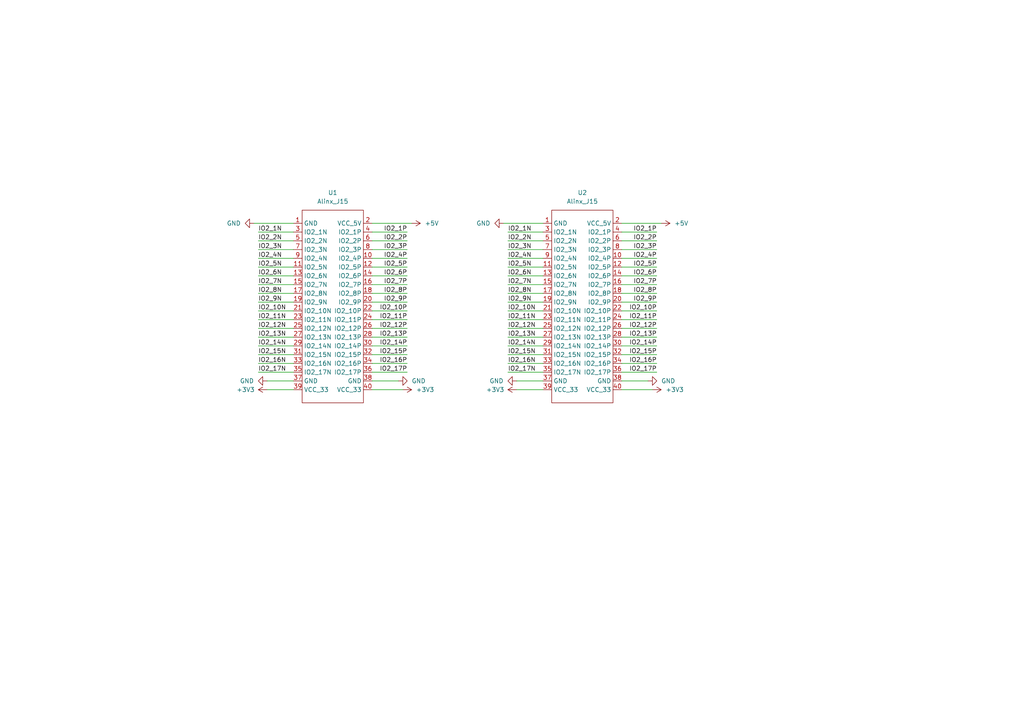
<source format=kicad_sch>
(kicad_sch (version 20211123) (generator eeschema)
  (paper "A4")
  (lib_symbols
    (symbol "Alinx:Alinx_J15"
      (property "Reference" "U" (at 1.27 -33.02 0))
      (property "Value" "Alinx_J15" (at -1.27 -35.56 0))
      (symbol "Alinx_J15_0_1"
        (rectangle (start -8.89 25.4) (end 8.89 -30.48))
      )
      (symbol "Alinx_J15_1_1"
        (pin power_in line (at -11.43 21.59 0) (length 2.54) (name "GND") (number "1"))
        (pin bidirectional line (at 11.43 11.43 180) (length 2.54) (name "IO2_4P") (number "10"))
        (pin bidirectional line (at -11.43 8.89 0) (length 2.54) (name "IO2_5N") (number "11"))
        (pin bidirectional line (at 11.43 8.89 180) (length 2.54) (name "IO2_5P") (number "12"))
        (pin bidirectional line (at -11.43 6.35 0) (length 2.54) (name "IO2_6N") (number "13"))
        (pin bidirectional line (at 11.43 6.35 180) (length 2.54) (name "IO2_6P") (number "14"))
        (pin bidirectional line (at -11.43 3.81 0) (length 2.54) (name "IO2_7N") (number "15"))
        (pin bidirectional line (at 11.43 3.81 180) (length 2.54) (name "IO2_7P") (number "16"))
        (pin bidirectional line (at -11.43 1.27 0) (length 2.54) (name "IO2_8N") (number "17"))
        (pin bidirectional line (at 11.43 1.27 180) (length 2.54) (name "IO2_8P") (number "18"))
        (pin bidirectional line (at -11.43 -1.27 0) (length 2.54) (name "IO2_9N") (number "19"))
        (pin power_in line (at 11.43 21.59 180) (length 2.54) (name "VCC_5V") (number "2"))
        (pin bidirectional line (at 11.43 -1.27 180) (length 2.54) (name "IO2_9P") (number "20"))
        (pin bidirectional line (at -11.43 -3.81 0) (length 2.54) (name "IO2_10N") (number "21"))
        (pin bidirectional line (at 11.43 -3.81 180) (length 2.54) (name "IO2_10P") (number "22"))
        (pin bidirectional line (at -11.43 -6.35 0) (length 2.54) (name "IO2_11N") (number "23"))
        (pin bidirectional line (at 11.43 -6.35 180) (length 2.54) (name "IO2_11P") (number "24"))
        (pin bidirectional line (at -11.43 -8.89 0) (length 2.54) (name "IO2_12N") (number "25"))
        (pin bidirectional line (at 11.43 -8.89 180) (length 2.54) (name "IO2_12P") (number "26"))
        (pin bidirectional line (at -11.43 -11.43 0) (length 2.54) (name "IO2_13N") (number "27"))
        (pin bidirectional line (at 11.43 -11.43 180) (length 2.54) (name "IO2_13P") (number "28"))
        (pin bidirectional line (at -11.43 -13.97 0) (length 2.54) (name "IO2_14N") (number "29"))
        (pin bidirectional line (at -11.43 19.05 0) (length 2.54) (name "IO2_1N") (number "3"))
        (pin bidirectional line (at 11.43 -13.97 180) (length 2.54) (name "IO2_14P") (number "30"))
        (pin bidirectional line (at -11.43 -16.51 0) (length 2.54) (name "IO2_15N") (number "31"))
        (pin bidirectional line (at 11.43 -16.51 180) (length 2.54) (name "IO2_15P") (number "32"))
        (pin bidirectional line (at -11.43 -19.05 0) (length 2.54) (name "IO2_16N") (number "33"))
        (pin bidirectional line (at 11.43 -19.05 180) (length 2.54) (name "IO2_16P") (number "34"))
        (pin bidirectional line (at -11.43 -21.59 0) (length 2.54) (name "IO2_17N") (number "35"))
        (pin bidirectional line (at 11.43 -21.59 180) (length 2.54) (name "IO2_17P") (number "36"))
        (pin power_in line (at -11.43 -24.13 0) (length 2.54) (name "GND") (number "37"))
        (pin power_in line (at 11.43 -24.13 180) (length 2.54) (name "GND") (number "38"))
        (pin power_in line (at -11.43 -26.67 0) (length 2.54) (name "VCC_33") (number "39"))
        (pin bidirectional line (at 11.43 19.05 180) (length 2.54) (name "IO2_1P") (number "4"))
        (pin power_in line (at 11.43 -26.67 180) (length 2.54) (name "VCC_33") (number "40"))
        (pin bidirectional line (at -11.43 16.51 0) (length 2.54) (name "IO2_2N") (number "5"))
        (pin bidirectional line (at 11.43 16.51 180) (length 2.54) (name "IO2_2P") (number "6"))
        (pin bidirectional line (at -11.43 13.97 0) (length 2.54) (name "IO2_3N") (number "7"))
        (pin bidirectional line (at 11.43 13.97 180) (length 2.54) (name "IO2_3P") (number "8"))
        (pin bidirectional line (at -11.43 11.43 0) (length 2.54) (name "IO2_4N") (number "9"))
      )
    )
    (symbol "power:+3V3" (power) (pin_names (offset 0))
      (property "Value" "+3V3" (at 0 3.556 0))
      (symbol "+3V3_0_1"
        (polyline (pts (xy -0.762 1.27) (xy 0 2.54)))
        (polyline (pts (xy 0 0) (xy 0 2.54)))
        (polyline (pts (xy 0 2.54) (xy 0.762 1.27)))
      )
      (symbol "+3V3_1_1"
        (pin power_in line (at 0 0 90) (length 0) hide (name "+3V3") (number "1"))
      )
    )
    (symbol "power:+5V" (power) (pin_names (offset 0))
      (property "Value" "+5V" (at 0 3.556 0))
      (symbol "+5V_0_1"
        (polyline (pts (xy -0.762 1.27) (xy 0 2.54)))
        (polyline (pts (xy 0 0) (xy 0 2.54)))
        (polyline (pts (xy 0 2.54) (xy 0.762 1.27)))
      )
      (symbol "+5V_1_1"
        (pin power_in line (at 0 0 90) (length 0) hide (name "+5V") (number "1"))
      )
    )
    (symbol "power:GND" (power) (pin_names (offset 0))
      (property "Value" "GND" (at 0 -3.81 0))
      (symbol "GND_0_1"
        (polyline (pts (xy 0 0) (xy 0 -1.27) (xy 1.27 -1.27) (xy 0 -2.54) (xy -1.27 -1.27) (xy 0 -1.27)))
      )
      (symbol "GND_1_1"
        (pin power_in line (at 0 0 270) (length 0) hide (name "GND") (number "1"))
      )
    )
  )
  (wire (pts (xy 74.93 85.09) (xy 85.09 85.09)))
  (wire (pts (xy 147.32 87.63) (xy 157.48 87.63)))
  (wire (pts (xy 74.93 80.01) (xy 85.09 80.01)))
  (wire (pts (xy 190.5 69.85) (xy 180.34 69.85)))
  (wire (pts (xy 74.93 92.71) (xy 85.09 92.71)))
  (wire (pts (xy 147.32 74.93) (xy 157.48 74.93)))
  (wire (pts (xy 190.5 82.55) (xy 180.34 82.55)))
  (wire (pts (xy 77.47 110.49) (xy 85.09 110.49)))
  (wire (pts (xy 190.5 74.93) (xy 180.34 74.93)))
  (wire (pts (xy 180.34 110.49) (xy 187.96 110.49)))
  (wire (pts (xy 147.32 102.87) (xy 157.48 102.87)))
  (wire (pts (xy 118.11 107.95) (xy 107.95 107.95)))
  (wire (pts (xy 74.93 105.41) (xy 85.09 105.41)))
  (wire (pts (xy 74.93 100.33) (xy 85.09 100.33)))
  (wire (pts (xy 190.5 107.95) (xy 180.34 107.95)))
  (wire (pts (xy 190.5 97.79) (xy 180.34 97.79)))
  (wire (pts (xy 118.11 72.39) (xy 107.95 72.39)))
  (wire (pts (xy 74.93 72.39) (xy 85.09 72.39)))
  (wire (pts (xy 118.11 67.31) (xy 107.95 67.31)))
  (wire (pts (xy 146.05 64.77) (xy 157.48 64.77)))
  (wire (pts (xy 190.5 95.25) (xy 180.34 95.25)))
  (wire (pts (xy 118.11 97.79) (xy 107.95 97.79)))
  (wire (pts (xy 74.93 77.47) (xy 85.09 77.47)))
  (wire (pts (xy 190.5 105.41) (xy 180.34 105.41)))
  (wire (pts (xy 107.95 64.77) (xy 119.38 64.77)))
  (wire (pts (xy 147.32 105.41) (xy 157.48 105.41)))
  (wire (pts (xy 149.86 110.49) (xy 157.48 110.49)))
  (wire (pts (xy 118.11 87.63) (xy 107.95 87.63)))
  (wire (pts (xy 118.11 100.33) (xy 107.95 100.33)))
  (wire (pts (xy 147.32 92.71) (xy 157.48 92.71)))
  (wire (pts (xy 74.93 87.63) (xy 85.09 87.63)))
  (wire (pts (xy 147.32 69.85) (xy 157.48 69.85)))
  (wire (pts (xy 180.34 113.03) (xy 189.23 113.03)))
  (wire (pts (xy 190.5 80.01) (xy 180.34 80.01)))
  (wire (pts (xy 149.86 113.03) (xy 157.48 113.03)))
  (wire (pts (xy 77.47 113.03) (xy 85.09 113.03)))
  (wire (pts (xy 190.5 72.39) (xy 180.34 72.39)))
  (wire (pts (xy 190.5 87.63) (xy 180.34 87.63)))
  (wire (pts (xy 74.93 95.25) (xy 85.09 95.25)))
  (wire (pts (xy 74.93 102.87) (xy 85.09 102.87)))
  (wire (pts (xy 107.95 110.49) (xy 115.57 110.49)))
  (wire (pts (xy 190.5 102.87) (xy 180.34 102.87)))
  (wire (pts (xy 190.5 92.71) (xy 180.34 92.71)))
  (wire (pts (xy 147.32 72.39) (xy 157.48 72.39)))
  (wire (pts (xy 74.93 69.85) (xy 85.09 69.85)))
  (wire (pts (xy 73.66 64.77) (xy 85.09 64.77)))
  (wire (pts (xy 74.93 74.93) (xy 85.09 74.93)))
  (wire (pts (xy 147.32 100.33) (xy 157.48 100.33)))
  (wire (pts (xy 190.5 90.17) (xy 180.34 90.17)))
  (wire (pts (xy 118.11 92.71) (xy 107.95 92.71)))
  (wire (pts (xy 118.11 105.41) (xy 107.95 105.41)))
  (wire (pts (xy 147.32 97.79) (xy 157.48 97.79)))
  (wire (pts (xy 118.11 82.55) (xy 107.95 82.55)))
  (wire (pts (xy 147.32 90.17) (xy 157.48 90.17)))
  (wire (pts (xy 147.32 77.47) (xy 157.48 77.47)))
  (wire (pts (xy 74.93 107.95) (xy 85.09 107.95)))
  (wire (pts (xy 118.11 74.93) (xy 107.95 74.93)))
  (wire (pts (xy 107.95 113.03) (xy 116.84 113.03)))
  (wire (pts (xy 147.32 67.31) (xy 157.48 67.31)))
  (wire (pts (xy 147.32 80.01) (xy 157.48 80.01)))
  (wire (pts (xy 118.11 102.87) (xy 107.95 102.87)))
  (wire (pts (xy 74.93 97.79) (xy 85.09 97.79)))
  (wire (pts (xy 180.34 64.77) (xy 191.77 64.77)))
  (wire (pts (xy 190.5 67.31) (xy 180.34 67.31)))
  (wire (pts (xy 74.93 90.17) (xy 85.09 90.17)))
  (wire (pts (xy 118.11 95.25) (xy 107.95 95.25)))
  (wire (pts (xy 190.5 85.09) (xy 180.34 85.09)))
  (wire (pts (xy 147.32 85.09) (xy 157.48 85.09)))
  (wire (pts (xy 147.32 95.25) (xy 157.48 95.25)))
  (wire (pts (xy 118.11 90.17) (xy 107.95 90.17)))
  (wire (pts (xy 74.93 67.31) (xy 85.09 67.31)))
  (wire (pts (xy 190.5 77.47) (xy 180.34 77.47)))
  (wire (pts (xy 190.5 100.33) (xy 180.34 100.33)))
  (wire (pts (xy 118.11 77.47) (xy 107.95 77.47)))
  (wire (pts (xy 74.93 82.55) (xy 85.09 82.55)))
  (wire (pts (xy 118.11 85.09) (xy 107.95 85.09)))
  (wire (pts (xy 147.32 82.55) (xy 157.48 82.55)))
  (wire (pts (xy 147.32 107.95) (xy 157.48 107.95)))
  (wire (pts (xy 118.11 69.85) (xy 107.95 69.85)))
  (wire (pts (xy 118.11 80.01) (xy 107.95 80.01)))
  (label "IO2_8P" (at 118.11 85.09 180))
  (label "IO2_10N" (at 147.32 90.17 0))
  (label "IO2_6N" (at 74.93 80.01 0))
  (label "IO2_1P" (at 190.5 67.31 180))
  (label "IO2_2N" (at 147.32 69.85 0))
  (label "IO2_15N" (at 147.32 102.87 0))
  (label "IO2_3N" (at 147.32 72.39 0))
  (label "IO2_12P" (at 118.11 95.25 180))
  (label "IO2_11N" (at 74.93 92.71 0))
  (label "IO2_17N" (at 147.32 107.95 0))
  (label "IO2_12N" (at 147.32 95.25 0))
  (label "IO2_6P" (at 118.11 80.01 180))
  (label "IO2_15P" (at 190.5 102.87 180))
  (label "IO2_5N" (at 147.32 77.47 0))
  (label "IO2_16N" (at 74.93 105.41 0))
  (label "IO2_16N" (at 147.32 105.41 0))
  (label "IO2_4N" (at 147.32 74.93 0))
  (label "IO2_6P" (at 190.5 80.01 180))
  (label "IO2_7P" (at 118.11 82.55 180))
  (label "IO2_15P" (at 118.11 102.87 180))
  (label "IO2_7P" (at 190.5 82.55 180))
  (label "IO2_5N" (at 74.93 77.47 0))
  (label "IO2_7N" (at 147.32 82.55 0))
  (label "IO2_1N" (at 74.93 67.31 0))
  (label "IO2_10N" (at 74.93 90.17 0))
  (label "IO2_7N" (at 74.93 82.55 0))
  (label "IO2_6N" (at 147.32 80.01 0))
  (label "IO2_11P" (at 190.5 92.71 180))
  (label "IO2_14N" (at 147.32 100.33 0))
  (label "IO2_3N" (at 74.93 72.39 0))
  (label "IO2_4P" (at 118.11 74.93 180))
  (label "IO2_5P" (at 118.11 77.47 180))
  (label "IO2_2P" (at 190.5 69.85 180))
  (label "IO2_8N" (at 74.93 85.09 0))
  (label "IO2_17N" (at 74.93 107.95 0))
  (label "IO2_13N" (at 74.93 97.79 0))
  (label "IO2_4N" (at 74.93 74.93 0))
  (label "IO2_12P" (at 190.5 95.25 180))
  (label "IO2_4P" (at 190.5 74.93 180))
  (label "IO2_14P" (at 190.5 100.33 180))
  (label "IO2_9N" (at 147.32 87.63 0))
  (label "IO2_8N" (at 147.32 85.09 0))
  (label "IO2_13P" (at 190.5 97.79 180))
  (label "IO2_17P" (at 118.11 107.95 180))
  (label "IO2_5P" (at 190.5 77.47 180))
  (label "IO2_3P" (at 190.5 72.39 180))
  (label "IO2_2N" (at 74.93 69.85 0))
  (label "IO2_8P" (at 190.5 85.09 180))
  (label "IO2_11P" (at 118.11 92.71 180))
  (label "IO2_15N" (at 74.93 102.87 0))
  (label "IO2_1N" (at 147.32 67.31 0))
  (label "IO2_11N" (at 147.32 92.71 0))
  (label "IO2_10P" (at 118.11 90.17 180))
  (label "IO2_2P" (at 118.11 69.85 180))
  (label "IO2_14P" (at 118.11 100.33 180))
  (label "IO2_13P" (at 118.11 97.79 180))
  (label "IO2_1P" (at 118.11 67.31 180))
  (label "IO2_14N" (at 74.93 100.33 0))
  (label "IO2_13N" (at 147.32 97.79 0))
  (label "IO2_9N" (at 74.93 87.63 0))
  (label "IO2_12N" (at 74.93 95.25 0))
  (label "IO2_3P" (at 118.11 72.39 180))
  (label "IO2_9P" (at 118.11 87.63 180))
  (label "IO2_10P" (at 190.5 90.17 180))
  (label "IO2_9P" (at 190.5 87.63 180))
  (label "IO2_16P" (at 118.11 105.41 180))
  (label "IO2_17P" (at 190.5 107.95 180))
  (label "IO2_16P" (at 190.5 105.41 180))
  (symbol (lib_id "power:+5V") (at 119.38 64.77 270) (unit 1)
    (property "Reference" "#PWR0104" (effects hide))
    (property "Value" "+5V" (at 123.19 64.7699 90) (effects (justify left)))
  )
  (symbol (lib_id "power:+5V") (at 191.77 64.77 270) (unit 1)
    (property "Reference" "#PWR0110" (effects hide))
    (property "Value" "+5V" (at 195.58 64.7699 90) (effects (justify left)))
  )
  (symbol (lib_id "power:GND") (at 146.05 64.77 270) (unit 1)
    (property "Reference" "#PWR0107" (effects hide))
    (property "Value" "GND" (at 142.24 64.7699 90) (effects (justify right)))
  )
  (symbol (lib_id "power:+3V3") (at 149.86 113.03 90) (unit 1)
    (property "Reference" "#PWR0108" (effects hide))
    (property "Value" "+3V3" (at 140.97 113.03 90) (effects (justify right)))
  )
  (symbol (lib_id "power:GND") (at 115.57 110.49 90) (unit 1)
    (property "Reference" "#PWR0105" (effects hide))
    (property "Value" "GND" (at 119.38 110.4899 90) (effects (justify right)))
  )
  (symbol (lib_id "power:+3V3") (at 116.84 113.03 270) (unit 1)
    (property "Reference" "#PWR0106" (effects hide))
    (property "Value" "+3V3" (at 120.65 113.0299 90) (effects (justify left)))
  )
  (symbol (lib_id "Alinx:Alinx_J15") (at 96.52 86.36 0) (unit 1)
    (property "Reference" "U1" (at 96.52 55.88 0))
    (property "Value" "Alinx_J15" (at 96.52 58.42 0))
    (property "Footprint" "Alinx:DIP-40_100" (effects hide))
  )
  (symbol (lib_id "power:+3V3") (at 77.47 113.03 90) (unit 1)
    (property "Reference" "#PWR0102" (effects hide))
    (property "Value" "+3V3" (at 68.58 113.03 90) (effects (justify right)))
  )
  (symbol (lib_id "Alinx:Alinx_J15") (at 168.91 86.36 0) (unit 1)
    (property "Reference" "U2" (at 168.91 55.88 0))
    (property "Value" "Alinx_J15" (at 168.91 58.42 0))
    (property "Footprint" "Alinx:DIP-40_100" (effects hide))
  )
  (symbol (lib_id "power:GND") (at 187.96 110.49 90) (unit 1)
    (property "Reference" "#PWR0111" (effects hide))
    (property "Value" "GND" (at 191.77 110.4899 90) (effects (justify right)))
  )
  (symbol (lib_id "power:+3V3") (at 189.23 113.03 270) (unit 1)
    (property "Reference" "#PWR0112" (effects hide))
    (property "Value" "+3V3" (at 193.04 113.0299 90) (effects (justify left)))
  )
  (symbol (lib_id "power:GND") (at 149.86 110.49 270) (unit 1)
    (property "Reference" "#PWR0109" (effects hide))
    (property "Value" "GND" (at 146.05 110.4899 90) (effects (justify right)))
  )
  (symbol (lib_id "power:GND") (at 73.66 64.77 270) (unit 1)
    (property "Reference" "#PWR0103" (effects hide))
    (property "Value" "GND" (at 69.85 64.7699 90) (effects (justify right)))
  )
  (symbol (lib_id "power:GND") (at 77.47 110.49 270) (unit 1)
    (property "Reference" "#PWR0101" (effects hide))
    (property "Value" "GND" (at 73.66 110.4899 90) (effects (justify right)))
  )
)
</source>
